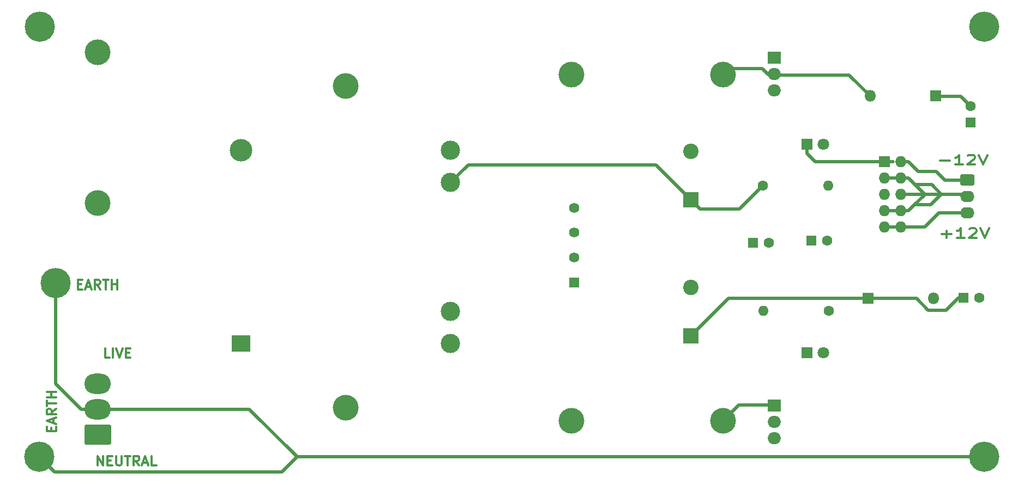
<source format=gbr>
G04 #@! TF.GenerationSoftware,KiCad,Pcbnew,(5.1.7)-1*
G04 #@! TF.CreationDate,2020-12-29T20:40:21+00:00*
G04 #@! TF.ProjectId,KOSMOPSU2,4b4f534d-4f50-4535-9532-2e6b69636164,rev?*
G04 #@! TF.SameCoordinates,Original*
G04 #@! TF.FileFunction,Copper,L1,Top*
G04 #@! TF.FilePolarity,Positive*
%FSLAX46Y46*%
G04 Gerber Fmt 4.6, Leading zero omitted, Abs format (unit mm)*
G04 Created by KiCad (PCBNEW (5.1.7)-1) date 2020-12-29 20:40:21*
%MOMM*%
%LPD*%
G01*
G04 APERTURE LIST*
G04 #@! TA.AperFunction,NonConductor*
%ADD10C,0.300000*%
G04 #@! TD*
G04 #@! TA.AperFunction,ComponentPad*
%ADD11C,1.600000*%
G04 #@! TD*
G04 #@! TA.AperFunction,ComponentPad*
%ADD12R,1.600000X1.600000*%
G04 #@! TD*
G04 #@! TA.AperFunction,ComponentPad*
%ADD13C,4.700000*%
G04 #@! TD*
G04 #@! TA.AperFunction,ComponentPad*
%ADD14C,4.000000*%
G04 #@! TD*
G04 #@! TA.AperFunction,ComponentPad*
%ADD15O,1.800000X1.800000*%
G04 #@! TD*
G04 #@! TA.AperFunction,ComponentPad*
%ADD16R,1.800000X1.800000*%
G04 #@! TD*
G04 #@! TA.AperFunction,ComponentPad*
%ADD17O,2.000000X1.905000*%
G04 #@! TD*
G04 #@! TA.AperFunction,ComponentPad*
%ADD18R,2.000000X1.905000*%
G04 #@! TD*
G04 #@! TA.AperFunction,ComponentPad*
%ADD19R,3.000000X2.500000*%
G04 #@! TD*
G04 #@! TA.AperFunction,ComponentPad*
%ADD20C,3.500000*%
G04 #@! TD*
G04 #@! TA.AperFunction,ComponentPad*
%ADD21C,3.000000*%
G04 #@! TD*
G04 #@! TA.AperFunction,ComponentPad*
%ADD22C,2.400000*%
G04 #@! TD*
G04 #@! TA.AperFunction,ComponentPad*
%ADD23R,2.400000X2.400000*%
G04 #@! TD*
G04 #@! TA.AperFunction,ComponentPad*
%ADD24C,1.590000*%
G04 #@! TD*
G04 #@! TA.AperFunction,ComponentPad*
%ADD25R,1.590000X1.590000*%
G04 #@! TD*
G04 #@! TA.AperFunction,ComponentPad*
%ADD26C,1.800000*%
G04 #@! TD*
G04 #@! TA.AperFunction,ComponentPad*
%ADD27O,4.100000X3.160000*%
G04 #@! TD*
G04 #@! TA.AperFunction,ComponentPad*
%ADD28R,1.727200X1.727200*%
G04 #@! TD*
G04 #@! TA.AperFunction,ComponentPad*
%ADD29O,1.727200X1.727200*%
G04 #@! TD*
G04 #@! TA.AperFunction,ComponentPad*
%ADD30O,2.200000X1.740000*%
G04 #@! TD*
G04 #@! TA.AperFunction,ComponentPad*
%ADD31O,1.600000X1.600000*%
G04 #@! TD*
G04 #@! TA.AperFunction,Conductor*
%ADD32C,0.500000*%
G04 #@! TD*
G04 APERTURE END LIST*
D10*
X33818571Y-93262857D02*
X34318571Y-93262857D01*
X34532857Y-94048571D02*
X33818571Y-94048571D01*
X33818571Y-92548571D01*
X34532857Y-92548571D01*
X35104285Y-93620000D02*
X35818571Y-93620000D01*
X34961428Y-94048571D02*
X35461428Y-92548571D01*
X35961428Y-94048571D01*
X37318571Y-94048571D02*
X36818571Y-93334285D01*
X36461428Y-94048571D02*
X36461428Y-92548571D01*
X37032857Y-92548571D01*
X37175714Y-92620000D01*
X37247142Y-92691428D01*
X37318571Y-92834285D01*
X37318571Y-93048571D01*
X37247142Y-93191428D01*
X37175714Y-93262857D01*
X37032857Y-93334285D01*
X36461428Y-93334285D01*
X37747142Y-92548571D02*
X38604285Y-92548571D01*
X38175714Y-94048571D02*
X38175714Y-92548571D01*
X39104285Y-94048571D02*
X39104285Y-92548571D01*
X39104285Y-93262857D02*
X39961428Y-93262857D01*
X39961428Y-94048571D02*
X39961428Y-92548571D01*
X29692857Y-116121428D02*
X29692857Y-115621428D01*
X30478571Y-115407142D02*
X30478571Y-116121428D01*
X28978571Y-116121428D01*
X28978571Y-115407142D01*
X30050000Y-114835714D02*
X30050000Y-114121428D01*
X30478571Y-114978571D02*
X28978571Y-114478571D01*
X30478571Y-113978571D01*
X30478571Y-112621428D02*
X29764285Y-113121428D01*
X30478571Y-113478571D02*
X28978571Y-113478571D01*
X28978571Y-112907142D01*
X29050000Y-112764285D01*
X29121428Y-112692857D01*
X29264285Y-112621428D01*
X29478571Y-112621428D01*
X29621428Y-112692857D01*
X29692857Y-112764285D01*
X29764285Y-112907142D01*
X29764285Y-113478571D01*
X28978571Y-112192857D02*
X28978571Y-111335714D01*
X30478571Y-111764285D02*
X28978571Y-111764285D01*
X30478571Y-110835714D02*
X28978571Y-110835714D01*
X29692857Y-110835714D02*
X29692857Y-109978571D01*
X30478571Y-109978571D02*
X28978571Y-109978571D01*
X36855714Y-121448571D02*
X36855714Y-119948571D01*
X37712857Y-121448571D01*
X37712857Y-119948571D01*
X38427142Y-120662857D02*
X38927142Y-120662857D01*
X39141428Y-121448571D02*
X38427142Y-121448571D01*
X38427142Y-119948571D01*
X39141428Y-119948571D01*
X39784285Y-119948571D02*
X39784285Y-121162857D01*
X39855714Y-121305714D01*
X39927142Y-121377142D01*
X40070000Y-121448571D01*
X40355714Y-121448571D01*
X40498571Y-121377142D01*
X40570000Y-121305714D01*
X40641428Y-121162857D01*
X40641428Y-119948571D01*
X41141428Y-119948571D02*
X41998571Y-119948571D01*
X41570000Y-121448571D02*
X41570000Y-119948571D01*
X43355714Y-121448571D02*
X42855714Y-120734285D01*
X42498571Y-121448571D02*
X42498571Y-119948571D01*
X43070000Y-119948571D01*
X43212857Y-120020000D01*
X43284285Y-120091428D01*
X43355714Y-120234285D01*
X43355714Y-120448571D01*
X43284285Y-120591428D01*
X43212857Y-120662857D01*
X43070000Y-120734285D01*
X42498571Y-120734285D01*
X43927142Y-121020000D02*
X44641428Y-121020000D01*
X43784285Y-121448571D02*
X44284285Y-119948571D01*
X44784285Y-121448571D01*
X45998571Y-121448571D02*
X45284285Y-121448571D01*
X45284285Y-119948571D01*
X38775714Y-104688571D02*
X38061428Y-104688571D01*
X38061428Y-103188571D01*
X39275714Y-104688571D02*
X39275714Y-103188571D01*
X39775714Y-103188571D02*
X40275714Y-104688571D01*
X40775714Y-103188571D01*
X41275714Y-103902857D02*
X41775714Y-103902857D01*
X41990000Y-104688571D02*
X41275714Y-104688571D01*
X41275714Y-103188571D01*
X41990000Y-103188571D01*
X167976190Y-85467142D02*
X169500000Y-85467142D01*
X168738095Y-86038571D02*
X168738095Y-84895714D01*
X171500000Y-86038571D02*
X170357142Y-86038571D01*
X170928571Y-86038571D02*
X170928571Y-84538571D01*
X170738095Y-84752857D01*
X170547619Y-84895714D01*
X170357142Y-84967142D01*
X172261904Y-84681428D02*
X172357142Y-84610000D01*
X172547619Y-84538571D01*
X173023809Y-84538571D01*
X173214285Y-84610000D01*
X173309523Y-84681428D01*
X173404761Y-84824285D01*
X173404761Y-84967142D01*
X173309523Y-85181428D01*
X172166666Y-86038571D01*
X173404761Y-86038571D01*
X173976190Y-84538571D02*
X174642857Y-86038571D01*
X175309523Y-84538571D01*
X167716190Y-74057142D02*
X169240000Y-74057142D01*
X171240000Y-74628571D02*
X170097142Y-74628571D01*
X170668571Y-74628571D02*
X170668571Y-73128571D01*
X170478095Y-73342857D01*
X170287619Y-73485714D01*
X170097142Y-73557142D01*
X172001904Y-73271428D02*
X172097142Y-73200000D01*
X172287619Y-73128571D01*
X172763809Y-73128571D01*
X172954285Y-73200000D01*
X173049523Y-73271428D01*
X173144761Y-73414285D01*
X173144761Y-73557142D01*
X173049523Y-73771428D01*
X171906666Y-74628571D01*
X173144761Y-74628571D01*
X173716190Y-73128571D02*
X174382857Y-74628571D01*
X175049523Y-73128571D01*
D11*
X172466000Y-65572000D03*
D12*
X172466000Y-68072000D03*
D13*
X174570000Y-120080000D03*
X174580000Y-53190000D03*
X27870000Y-120080000D03*
X27880000Y-53180000D03*
D14*
X134000000Y-114460000D03*
X110500000Y-114460000D03*
X134000000Y-60670000D03*
X110500000Y-60670000D03*
X36930000Y-80660000D03*
X36930000Y-57160000D03*
D11*
X150210000Y-86480000D03*
D12*
X147710000Y-86480000D03*
D11*
X141150000Y-86780000D03*
D12*
X138650000Y-86780000D03*
D11*
X173830000Y-95360000D03*
D12*
X171330000Y-95360000D03*
D15*
X156820000Y-63950000D03*
D16*
X166980000Y-63950000D03*
D15*
X166690000Y-95440000D03*
D16*
X156530000Y-95440000D03*
D17*
X142000000Y-63110000D03*
X142000000Y-60570000D03*
D18*
X142000000Y-58030000D03*
D17*
X142000000Y-117180000D03*
X142000000Y-114640000D03*
D18*
X142000000Y-112100000D03*
D19*
X59160000Y-102440000D03*
D20*
X59160000Y-72440000D03*
D21*
X91660000Y-77440000D03*
X91660000Y-72440000D03*
X91660000Y-102440000D03*
X91660000Y-97440000D03*
D14*
X75410000Y-62440000D03*
X75410000Y-112440000D03*
D22*
X129000000Y-93780000D03*
D23*
X129000000Y-101280000D03*
X129000000Y-80070000D03*
D22*
X129000000Y-72570000D03*
D24*
X110920000Y-81355000D03*
X110920000Y-85220000D03*
X110920000Y-89085000D03*
D25*
X110920000Y-92950000D03*
D26*
X149540000Y-103920000D03*
D16*
X147000000Y-103920000D03*
X147000000Y-71510000D03*
D26*
X149540000Y-71510000D03*
D13*
X30410000Y-93060000D03*
G04 #@! TA.AperFunction,ComponentPad*
G36*
G01*
X38730000Y-118230000D02*
X35130000Y-118230000D01*
G75*
G02*
X34880000Y-117980000I0J250000D01*
G01*
X34880000Y-115320000D01*
G75*
G02*
X35130000Y-115070000I250000J0D01*
G01*
X38730000Y-115070000D01*
G75*
G02*
X38980000Y-115320000I0J-250000D01*
G01*
X38980000Y-117980000D01*
G75*
G02*
X38730000Y-118230000I-250000J0D01*
G01*
G37*
G04 #@! TD.AperFunction*
D27*
X36930000Y-112690000D03*
X36930000Y-108730000D03*
D28*
X159050000Y-74200000D03*
D29*
X161590000Y-74200000D03*
X159050000Y-76740000D03*
X161590000Y-76740000D03*
X159050000Y-79280000D03*
X161590000Y-79280000D03*
X159050000Y-81820000D03*
X161590000Y-81820000D03*
X159050000Y-84360000D03*
X161590000Y-84360000D03*
G04 #@! TA.AperFunction,ComponentPad*
G36*
G01*
X171069999Y-76160000D02*
X172770001Y-76160000D01*
G75*
G02*
X173020000Y-76409999I0J-249999D01*
G01*
X173020000Y-77650001D01*
G75*
G02*
X172770001Y-77900000I-249999J0D01*
G01*
X171069999Y-77900000D01*
G75*
G02*
X170820000Y-77650001I0J249999D01*
G01*
X170820000Y-76409999D01*
G75*
G02*
X171069999Y-76160000I249999J0D01*
G01*
G37*
G04 #@! TD.AperFunction*
D30*
X171920000Y-79570000D03*
X171920000Y-82110000D03*
D31*
X140290000Y-97370000D03*
D11*
X150450000Y-97370000D03*
X140160000Y-77950000D03*
D31*
X150320000Y-77950000D03*
D32*
X136446000Y-112014000D02*
X134000000Y-114460000D01*
X142000000Y-112100000D02*
X141914000Y-112014000D01*
X141914000Y-112014000D02*
X136446000Y-112014000D01*
X170578000Y-95360000D02*
X171330000Y-95360000D01*
X165862000Y-97282000D02*
X168656000Y-97282000D01*
X168656000Y-97282000D02*
X170578000Y-95360000D01*
X164020000Y-95440000D02*
X156530000Y-95440000D01*
X165862000Y-97282000D02*
X164020000Y-95440000D01*
X134840000Y-95440000D02*
X156530000Y-95440000D01*
X129000000Y-101280000D02*
X134840000Y-95440000D01*
X142136000Y-60706000D02*
X142000000Y-60570000D01*
X156820000Y-63950000D02*
X153576000Y-60706000D01*
X153576000Y-60706000D02*
X142136000Y-60706000D01*
X142000000Y-60570000D02*
X141008600Y-60603700D01*
X134980000Y-59690000D02*
X134000000Y-60670000D01*
X140094900Y-59690000D02*
X134980000Y-59690000D01*
X141008600Y-60603700D02*
X140094900Y-59690000D01*
X161590000Y-76740000D02*
X159050000Y-76740000D01*
X161590000Y-81820000D02*
X159050000Y-81820000D01*
X91660000Y-77440000D02*
X94424000Y-74676000D01*
X123606000Y-74676000D02*
X129000000Y-80070000D01*
X94424000Y-74676000D02*
X123606000Y-74676000D01*
X171630000Y-79280000D02*
X171920000Y-79570000D01*
X165319314Y-79248000D02*
X166116000Y-79248000D01*
X161590000Y-76740000D02*
X162811314Y-76740000D01*
X161590000Y-79280000D02*
X166116000Y-79248000D01*
X165209657Y-79421657D02*
X165209657Y-79138343D01*
X161590000Y-81820000D02*
X162811314Y-81820000D01*
X165209657Y-79138343D02*
X165319314Y-79248000D01*
X166387343Y-77741343D02*
X167894000Y-79248000D01*
X163812657Y-77741343D02*
X166387343Y-77741343D01*
X167894000Y-79248000D02*
X171630000Y-79280000D01*
X163812657Y-77741343D02*
X165209657Y-79138343D01*
X162811314Y-76740000D02*
X163812657Y-77741343D01*
X166116000Y-79248000D02*
X167894000Y-79248000D01*
X163717657Y-80913657D02*
X166228343Y-80913657D01*
X166228343Y-80913657D02*
X167894000Y-79248000D01*
X163717657Y-80913657D02*
X165209657Y-79421657D01*
X162811314Y-81820000D02*
X163717657Y-80913657D01*
X136576000Y-81534000D02*
X140160000Y-77950000D01*
X129000000Y-80070000D02*
X130464000Y-81534000D01*
X130464000Y-81534000D02*
X136576000Y-81534000D01*
X160419900Y-74201100D02*
X160413600Y-74200000D01*
X159050000Y-74200000D02*
X160413600Y-74200000D01*
X162811314Y-74200000D02*
X164303314Y-75692000D01*
X161590000Y-74200000D02*
X162811314Y-74200000D01*
X164303314Y-75692000D02*
X167132000Y-75692000D01*
X168470000Y-77030000D02*
X171920000Y-77030000D01*
X167132000Y-75692000D02*
X168470000Y-77030000D01*
X157686400Y-74200000D02*
X159050000Y-74200000D01*
X148290000Y-74200000D02*
X157686400Y-74200000D01*
X147000000Y-72910000D02*
X148290000Y-74200000D01*
X147000000Y-71510000D02*
X147000000Y-72910000D01*
X170902000Y-64008000D02*
X172466000Y-65572000D01*
X166980000Y-63950000D02*
X167038000Y-64008000D01*
X167038000Y-64008000D02*
X170902000Y-64008000D01*
X171246599Y-120080000D02*
X174570000Y-120080000D01*
X67836300Y-120080000D02*
X171246599Y-120080000D01*
X60446300Y-112690000D02*
X67836300Y-120080000D01*
X36930000Y-112690000D02*
X60446300Y-112690000D01*
X30219999Y-122429999D02*
X27870000Y-120080000D01*
X65486301Y-122429999D02*
X30219999Y-122429999D01*
X67836300Y-120080000D02*
X65486301Y-122429999D01*
X34380000Y-112690000D02*
X36930000Y-112690000D01*
X30410000Y-108720000D02*
X34380000Y-112690000D01*
X30410000Y-93060000D02*
X30410000Y-108720000D01*
X159050000Y-84360000D02*
X161590000Y-84360000D01*
X167572000Y-82110000D02*
X171920000Y-82110000D01*
X161590000Y-84360000D02*
X165322000Y-84360000D01*
X165322000Y-84360000D02*
X167572000Y-82110000D01*
M02*

</source>
